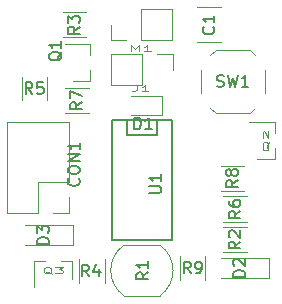
<source format=gbr>
G04 #@! TF.GenerationSoftware,KiCad,Pcbnew,(2017-06-21 revision 375ec9f)-master*
G04 #@! TF.CreationDate,2017-07-22T22:15:58-04:00*
G04 #@! TF.ProjectId,light_reactive_nodes,6C696768745F72656163746976655F6E,rev?*
G04 #@! TF.SameCoordinates,Original
G04 #@! TF.FileFunction,Legend,Top*
G04 #@! TF.FilePolarity,Positive*
%FSLAX46Y46*%
G04 Gerber Fmt 4.6, Leading zero omitted, Abs format (unit mm)*
G04 Created by KiCad (PCBNEW (2017-06-21 revision 375ec9f)-master) date Sat Jul 22 22:15:58 2017*
%MOMM*%
%LPD*%
G01*
G04 APERTURE LIST*
%ADD10C,0.100000*%
%ADD11C,0.150000*%
%ADD12C,0.120000*%
%ADD13C,0.125000*%
G04 APERTURE END LIST*
D10*
D11*
X114290000Y-124420000D02*
X109210000Y-124420000D01*
X109210000Y-124420000D02*
X109210000Y-134580000D01*
X109210000Y-134580000D02*
X114290000Y-134580000D01*
X114290000Y-134580000D02*
X114290000Y-124420000D01*
X113020000Y-124420000D02*
X113020000Y-125690000D01*
X113020000Y-125690000D02*
X110480000Y-125690000D01*
X110480000Y-125690000D02*
X110480000Y-124420000D01*
D12*
X105530000Y-132330000D02*
X104200000Y-132330000D01*
X105530000Y-131000000D02*
X105530000Y-132330000D01*
X102930000Y-129730000D02*
X105530000Y-129730000D01*
X102930000Y-132330000D02*
X102930000Y-129730000D01*
X100330000Y-132330000D02*
X102930000Y-132330000D01*
X100330000Y-124590000D02*
X100330000Y-132330000D01*
X105530000Y-124590000D02*
X100330000Y-124590000D01*
X105530000Y-129730000D02*
X105530000Y-124590000D01*
X116400000Y-117880000D02*
X118400000Y-117880000D01*
X118400000Y-114920000D02*
X116400000Y-114920000D01*
X113400000Y-124000000D02*
X113400000Y-122400000D01*
X113400000Y-122400000D02*
X110800000Y-122400000D01*
X113400000Y-124000000D02*
X110800000Y-124000000D01*
X122500000Y-137850000D02*
X122500000Y-136150000D01*
X122450000Y-136150000D02*
X118400000Y-136150000D01*
X122450000Y-137850000D02*
X118400000Y-137850000D01*
X105900000Y-135050000D02*
X105900000Y-133350000D01*
X105850000Y-133350000D02*
X101800000Y-133350000D01*
X105850000Y-135050000D02*
X101800000Y-135050000D01*
X111670000Y-117730000D02*
X114270000Y-117730000D01*
X114270000Y-117730000D02*
X114270000Y-115070000D01*
X114270000Y-115070000D02*
X111670000Y-115070000D01*
X111670000Y-115070000D02*
X111670000Y-117730000D01*
X110400000Y-117730000D02*
X109070000Y-117730000D01*
X109070000Y-117730000D02*
X109070000Y-116400000D01*
X111730000Y-118870000D02*
X109130000Y-118870000D01*
X109130000Y-118870000D02*
X109130000Y-121530000D01*
X109130000Y-121530000D02*
X111730000Y-121530000D01*
X111730000Y-121530000D02*
X111730000Y-118870000D01*
X113000000Y-118870000D02*
X114330000Y-118870000D01*
X114330000Y-118870000D02*
X114330000Y-120200000D01*
X107360000Y-121180000D02*
X107360000Y-120250000D01*
X107360000Y-118020000D02*
X107360000Y-118950000D01*
X107360000Y-118020000D02*
X105200000Y-118020000D01*
X107360000Y-121180000D02*
X105900000Y-121180000D01*
X122960000Y-127780000D02*
X122960000Y-126850000D01*
X122960000Y-124620000D02*
X122960000Y-125550000D01*
X122960000Y-124620000D02*
X120800000Y-124620000D01*
X122960000Y-127780000D02*
X121500000Y-127780000D01*
X105780000Y-136440000D02*
X105780000Y-137900000D01*
X102620000Y-136440000D02*
X102620000Y-138600000D01*
X102620000Y-136440000D02*
X103550000Y-136440000D01*
X105780000Y-136440000D02*
X104850000Y-136440000D01*
X110155487Y-135081751D02*
G75*
G03X110200000Y-139350000I1544513J-2118249D01*
G01*
X113228234Y-139365526D02*
G75*
G03X113250000Y-135050000I-1528234J2165526D01*
G01*
X113250000Y-139350000D02*
X110200000Y-139350000D01*
X113250000Y-135050000D02*
X110200000Y-135050000D01*
X120600000Y-135670000D02*
X118600000Y-135670000D01*
X118600000Y-133530000D02*
X120600000Y-133530000D01*
X105000000Y-115330000D02*
X107000000Y-115330000D01*
X107000000Y-117470000D02*
X105000000Y-117470000D01*
X106430000Y-138250000D02*
X106430000Y-136250000D01*
X108570000Y-136250000D02*
X108570000Y-138250000D01*
X103670000Y-120800000D02*
X103670000Y-122800000D01*
X101530000Y-122800000D02*
X101530000Y-120800000D01*
X118600000Y-130930000D02*
X120600000Y-130930000D01*
X120600000Y-133070000D02*
X118600000Y-133070000D01*
X105200000Y-121730000D02*
X107200000Y-121730000D01*
X107200000Y-123870000D02*
X105200000Y-123870000D01*
X118400000Y-128330000D02*
X120400000Y-128330000D01*
X120400000Y-130470000D02*
X118400000Y-130470000D01*
X117070000Y-136000000D02*
X117070000Y-138000000D01*
X114930000Y-138000000D02*
X114930000Y-136000000D01*
X117950000Y-123900000D02*
X117500000Y-123450000D01*
X116700000Y-122200000D02*
X116700000Y-120200000D01*
X117500000Y-118950000D02*
X117950000Y-118500000D01*
X117950000Y-118500000D02*
X120850000Y-118500000D01*
X120850000Y-118500000D02*
X121300000Y-118950000D01*
X122100000Y-120200000D02*
X122100000Y-122200000D01*
X121300000Y-123450000D02*
X120850000Y-123900000D01*
X120850000Y-123900000D02*
X117950000Y-123900000D01*
D11*
X112345380Y-130642904D02*
X113154904Y-130642904D01*
X113250142Y-130595285D01*
X113297761Y-130547666D01*
X113345380Y-130452428D01*
X113345380Y-130261952D01*
X113297761Y-130166714D01*
X113250142Y-130119095D01*
X113154904Y-130071476D01*
X112345380Y-130071476D01*
X113345380Y-129071476D02*
X113345380Y-129642904D01*
X113345380Y-129357190D02*
X112345380Y-129357190D01*
X112488238Y-129452428D01*
X112583476Y-129547666D01*
X112631095Y-129642904D01*
X106357142Y-129414285D02*
X106404761Y-129461904D01*
X106452380Y-129604761D01*
X106452380Y-129700000D01*
X106404761Y-129842857D01*
X106309523Y-129938095D01*
X106214285Y-129985714D01*
X106023809Y-130033333D01*
X105880952Y-130033333D01*
X105690476Y-129985714D01*
X105595238Y-129938095D01*
X105500000Y-129842857D01*
X105452380Y-129700000D01*
X105452380Y-129604761D01*
X105500000Y-129461904D01*
X105547619Y-129414285D01*
X105452380Y-128795238D02*
X105452380Y-128604761D01*
X105500000Y-128509523D01*
X105595238Y-128414285D01*
X105785714Y-128366666D01*
X106119047Y-128366666D01*
X106309523Y-128414285D01*
X106404761Y-128509523D01*
X106452380Y-128604761D01*
X106452380Y-128795238D01*
X106404761Y-128890476D01*
X106309523Y-128985714D01*
X106119047Y-129033333D01*
X105785714Y-129033333D01*
X105595238Y-128985714D01*
X105500000Y-128890476D01*
X105452380Y-128795238D01*
X106452380Y-127938095D02*
X105452380Y-127938095D01*
X106452380Y-127366666D01*
X105452380Y-127366666D01*
X106452380Y-126366666D02*
X106452380Y-126938095D01*
X106452380Y-126652380D02*
X105452380Y-126652380D01*
X105595238Y-126747619D01*
X105690476Y-126842857D01*
X105738095Y-126938095D01*
X117757142Y-116566666D02*
X117804761Y-116614285D01*
X117852380Y-116757142D01*
X117852380Y-116852380D01*
X117804761Y-116995238D01*
X117709523Y-117090476D01*
X117614285Y-117138095D01*
X117423809Y-117185714D01*
X117280952Y-117185714D01*
X117090476Y-117138095D01*
X116995238Y-117090476D01*
X116900000Y-116995238D01*
X116852380Y-116852380D01*
X116852380Y-116757142D01*
X116900000Y-116614285D01*
X116947619Y-116566666D01*
X117852380Y-115614285D02*
X117852380Y-116185714D01*
X117852380Y-115900000D02*
X116852380Y-115900000D01*
X116995238Y-115995238D01*
X117090476Y-116090476D01*
X117138095Y-116185714D01*
X111061904Y-125252380D02*
X111061904Y-124252380D01*
X111300000Y-124252380D01*
X111442857Y-124300000D01*
X111538095Y-124395238D01*
X111585714Y-124490476D01*
X111633333Y-124680952D01*
X111633333Y-124823809D01*
X111585714Y-125014285D01*
X111538095Y-125109523D01*
X111442857Y-125204761D01*
X111300000Y-125252380D01*
X111061904Y-125252380D01*
X112585714Y-125252380D02*
X112014285Y-125252380D01*
X112300000Y-125252380D02*
X112300000Y-124252380D01*
X112204761Y-124395238D01*
X112109523Y-124490476D01*
X112014285Y-124538095D01*
X120452380Y-137738095D02*
X119452380Y-137738095D01*
X119452380Y-137500000D01*
X119500000Y-137357142D01*
X119595238Y-137261904D01*
X119690476Y-137214285D01*
X119880952Y-137166666D01*
X120023809Y-137166666D01*
X120214285Y-137214285D01*
X120309523Y-137261904D01*
X120404761Y-137357142D01*
X120452380Y-137500000D01*
X120452380Y-137738095D01*
X119547619Y-136785714D02*
X119500000Y-136738095D01*
X119452380Y-136642857D01*
X119452380Y-136404761D01*
X119500000Y-136309523D01*
X119547619Y-136261904D01*
X119642857Y-136214285D01*
X119738095Y-136214285D01*
X119880952Y-136261904D01*
X120452380Y-136833333D01*
X120452380Y-136214285D01*
X103852380Y-134938095D02*
X102852380Y-134938095D01*
X102852380Y-134700000D01*
X102900000Y-134557142D01*
X102995238Y-134461904D01*
X103090476Y-134414285D01*
X103280952Y-134366666D01*
X103423809Y-134366666D01*
X103614285Y-134414285D01*
X103709523Y-134461904D01*
X103804761Y-134557142D01*
X103852380Y-134700000D01*
X103852380Y-134938095D01*
X102852380Y-134033333D02*
X102852380Y-133414285D01*
X103233333Y-133747619D01*
X103233333Y-133604761D01*
X103280952Y-133509523D01*
X103328571Y-133461904D01*
X103423809Y-133414285D01*
X103661904Y-133414285D01*
X103757142Y-133461904D01*
X103804761Y-133509523D01*
X103852380Y-133604761D01*
X103852380Y-133890476D01*
X103804761Y-133985714D01*
X103757142Y-134033333D01*
D13*
X111266666Y-121526190D02*
X111266666Y-121883333D01*
X111219047Y-121954761D01*
X111123809Y-122002380D01*
X110980952Y-122026190D01*
X110885714Y-122026190D01*
X112266666Y-122026190D02*
X111695238Y-122026190D01*
X111980952Y-122026190D02*
X111980952Y-121526190D01*
X111885714Y-121597619D01*
X111790476Y-121645238D01*
X111695238Y-121669047D01*
X110790476Y-118626190D02*
X110790476Y-118126190D01*
X111123809Y-118483333D01*
X111457142Y-118126190D01*
X111457142Y-118626190D01*
X112457142Y-118626190D02*
X111885714Y-118626190D01*
X112171428Y-118626190D02*
X112171428Y-118126190D01*
X112076190Y-118197619D01*
X111980952Y-118245238D01*
X111885714Y-118269047D01*
D11*
X104947619Y-118695238D02*
X104900000Y-118790476D01*
X104804761Y-118885714D01*
X104661904Y-119028571D01*
X104614285Y-119123809D01*
X104614285Y-119219047D01*
X104852380Y-119171428D02*
X104804761Y-119266666D01*
X104709523Y-119361904D01*
X104519047Y-119409523D01*
X104185714Y-119409523D01*
X103995238Y-119361904D01*
X103900000Y-119266666D01*
X103852380Y-119171428D01*
X103852380Y-118980952D01*
X103900000Y-118885714D01*
X103995238Y-118790476D01*
X104185714Y-118742857D01*
X104519047Y-118742857D01*
X104709523Y-118790476D01*
X104804761Y-118885714D01*
X104852380Y-118980952D01*
X104852380Y-119171428D01*
X104852380Y-117790476D02*
X104852380Y-118361904D01*
X104852380Y-118076190D02*
X103852380Y-118076190D01*
X103995238Y-118171428D01*
X104090476Y-118266666D01*
X104138095Y-118361904D01*
D13*
X122473809Y-126295238D02*
X122450000Y-126390476D01*
X122402380Y-126485714D01*
X122330952Y-126628571D01*
X122307142Y-126723809D01*
X122307142Y-126819047D01*
X122426190Y-126771428D02*
X122402380Y-126866666D01*
X122354761Y-126961904D01*
X122259523Y-127009523D01*
X122092857Y-127009523D01*
X121997619Y-126961904D01*
X121950000Y-126866666D01*
X121926190Y-126771428D01*
X121926190Y-126580952D01*
X121950000Y-126485714D01*
X121997619Y-126390476D01*
X122092857Y-126342857D01*
X122259523Y-126342857D01*
X122354761Y-126390476D01*
X122402380Y-126485714D01*
X122426190Y-126580952D01*
X122426190Y-126771428D01*
X121973809Y-125961904D02*
X121950000Y-125914285D01*
X121926190Y-125819047D01*
X121926190Y-125580952D01*
X121950000Y-125485714D01*
X121973809Y-125438095D01*
X122021428Y-125390476D01*
X122069047Y-125390476D01*
X122140476Y-125438095D01*
X122426190Y-126009523D01*
X122426190Y-125390476D01*
X104104761Y-137473809D02*
X104009523Y-137450000D01*
X103914285Y-137402380D01*
X103771428Y-137330952D01*
X103676190Y-137307142D01*
X103580952Y-137307142D01*
X103628571Y-137426190D02*
X103533333Y-137402380D01*
X103438095Y-137354761D01*
X103390476Y-137259523D01*
X103390476Y-137092857D01*
X103438095Y-136997619D01*
X103533333Y-136950000D01*
X103628571Y-136926190D01*
X103819047Y-136926190D01*
X103914285Y-136950000D01*
X104009523Y-136997619D01*
X104057142Y-137092857D01*
X104057142Y-137259523D01*
X104009523Y-137354761D01*
X103914285Y-137402380D01*
X103819047Y-137426190D01*
X103628571Y-137426190D01*
X104390476Y-136926190D02*
X105009523Y-136926190D01*
X104676190Y-137116666D01*
X104819047Y-137116666D01*
X104914285Y-137140476D01*
X104961904Y-137164285D01*
X105009523Y-137211904D01*
X105009523Y-137330952D01*
X104961904Y-137378571D01*
X104914285Y-137402380D01*
X104819047Y-137426190D01*
X104533333Y-137426190D01*
X104438095Y-137402380D01*
X104390476Y-137378571D01*
D11*
X112252380Y-137366666D02*
X111776190Y-137700000D01*
X112252380Y-137938095D02*
X111252380Y-137938095D01*
X111252380Y-137557142D01*
X111300000Y-137461904D01*
X111347619Y-137414285D01*
X111442857Y-137366666D01*
X111585714Y-137366666D01*
X111680952Y-137414285D01*
X111728571Y-137461904D01*
X111776190Y-137557142D01*
X111776190Y-137938095D01*
X112252380Y-136414285D02*
X112252380Y-136985714D01*
X112252380Y-136700000D02*
X111252380Y-136700000D01*
X111395238Y-136795238D01*
X111490476Y-136890476D01*
X111538095Y-136985714D01*
X120052380Y-134766666D02*
X119576190Y-135100000D01*
X120052380Y-135338095D02*
X119052380Y-135338095D01*
X119052380Y-134957142D01*
X119100000Y-134861904D01*
X119147619Y-134814285D01*
X119242857Y-134766666D01*
X119385714Y-134766666D01*
X119480952Y-134814285D01*
X119528571Y-134861904D01*
X119576190Y-134957142D01*
X119576190Y-135338095D01*
X119147619Y-134385714D02*
X119100000Y-134338095D01*
X119052380Y-134242857D01*
X119052380Y-134004761D01*
X119100000Y-133909523D01*
X119147619Y-133861904D01*
X119242857Y-133814285D01*
X119338095Y-133814285D01*
X119480952Y-133861904D01*
X120052380Y-134433333D01*
X120052380Y-133814285D01*
X106452380Y-116566666D02*
X105976190Y-116900000D01*
X106452380Y-117138095D02*
X105452380Y-117138095D01*
X105452380Y-116757142D01*
X105500000Y-116661904D01*
X105547619Y-116614285D01*
X105642857Y-116566666D01*
X105785714Y-116566666D01*
X105880952Y-116614285D01*
X105928571Y-116661904D01*
X105976190Y-116757142D01*
X105976190Y-117138095D01*
X105452380Y-116233333D02*
X105452380Y-115614285D01*
X105833333Y-115947619D01*
X105833333Y-115804761D01*
X105880952Y-115709523D01*
X105928571Y-115661904D01*
X106023809Y-115614285D01*
X106261904Y-115614285D01*
X106357142Y-115661904D01*
X106404761Y-115709523D01*
X106452380Y-115804761D01*
X106452380Y-116090476D01*
X106404761Y-116185714D01*
X106357142Y-116233333D01*
X107233333Y-137702380D02*
X106900000Y-137226190D01*
X106661904Y-137702380D02*
X106661904Y-136702380D01*
X107042857Y-136702380D01*
X107138095Y-136750000D01*
X107185714Y-136797619D01*
X107233333Y-136892857D01*
X107233333Y-137035714D01*
X107185714Y-137130952D01*
X107138095Y-137178571D01*
X107042857Y-137226190D01*
X106661904Y-137226190D01*
X108090476Y-137035714D02*
X108090476Y-137702380D01*
X107852380Y-136654761D02*
X107614285Y-137369047D01*
X108233333Y-137369047D01*
X102433333Y-122252380D02*
X102100000Y-121776190D01*
X101861904Y-122252380D02*
X101861904Y-121252380D01*
X102242857Y-121252380D01*
X102338095Y-121300000D01*
X102385714Y-121347619D01*
X102433333Y-121442857D01*
X102433333Y-121585714D01*
X102385714Y-121680952D01*
X102338095Y-121728571D01*
X102242857Y-121776190D01*
X101861904Y-121776190D01*
X103338095Y-121252380D02*
X102861904Y-121252380D01*
X102814285Y-121728571D01*
X102861904Y-121680952D01*
X102957142Y-121633333D01*
X103195238Y-121633333D01*
X103290476Y-121680952D01*
X103338095Y-121728571D01*
X103385714Y-121823809D01*
X103385714Y-122061904D01*
X103338095Y-122157142D01*
X103290476Y-122204761D01*
X103195238Y-122252380D01*
X102957142Y-122252380D01*
X102861904Y-122204761D01*
X102814285Y-122157142D01*
X120052380Y-132166666D02*
X119576190Y-132500000D01*
X120052380Y-132738095D02*
X119052380Y-132738095D01*
X119052380Y-132357142D01*
X119100000Y-132261904D01*
X119147619Y-132214285D01*
X119242857Y-132166666D01*
X119385714Y-132166666D01*
X119480952Y-132214285D01*
X119528571Y-132261904D01*
X119576190Y-132357142D01*
X119576190Y-132738095D01*
X119052380Y-131309523D02*
X119052380Y-131500000D01*
X119100000Y-131595238D01*
X119147619Y-131642857D01*
X119290476Y-131738095D01*
X119480952Y-131785714D01*
X119861904Y-131785714D01*
X119957142Y-131738095D01*
X120004761Y-131690476D01*
X120052380Y-131595238D01*
X120052380Y-131404761D01*
X120004761Y-131309523D01*
X119957142Y-131261904D01*
X119861904Y-131214285D01*
X119623809Y-131214285D01*
X119528571Y-131261904D01*
X119480952Y-131309523D01*
X119433333Y-131404761D01*
X119433333Y-131595238D01*
X119480952Y-131690476D01*
X119528571Y-131738095D01*
X119623809Y-131785714D01*
X106652380Y-122966666D02*
X106176190Y-123300000D01*
X106652380Y-123538095D02*
X105652380Y-123538095D01*
X105652380Y-123157142D01*
X105700000Y-123061904D01*
X105747619Y-123014285D01*
X105842857Y-122966666D01*
X105985714Y-122966666D01*
X106080952Y-123014285D01*
X106128571Y-123061904D01*
X106176190Y-123157142D01*
X106176190Y-123538095D01*
X105652380Y-122633333D02*
X105652380Y-121966666D01*
X106652380Y-122395238D01*
X119852380Y-129566666D02*
X119376190Y-129900000D01*
X119852380Y-130138095D02*
X118852380Y-130138095D01*
X118852380Y-129757142D01*
X118900000Y-129661904D01*
X118947619Y-129614285D01*
X119042857Y-129566666D01*
X119185714Y-129566666D01*
X119280952Y-129614285D01*
X119328571Y-129661904D01*
X119376190Y-129757142D01*
X119376190Y-130138095D01*
X119280952Y-128995238D02*
X119233333Y-129090476D01*
X119185714Y-129138095D01*
X119090476Y-129185714D01*
X119042857Y-129185714D01*
X118947619Y-129138095D01*
X118900000Y-129090476D01*
X118852380Y-128995238D01*
X118852380Y-128804761D01*
X118900000Y-128709523D01*
X118947619Y-128661904D01*
X119042857Y-128614285D01*
X119090476Y-128614285D01*
X119185714Y-128661904D01*
X119233333Y-128709523D01*
X119280952Y-128804761D01*
X119280952Y-128995238D01*
X119328571Y-129090476D01*
X119376190Y-129138095D01*
X119471428Y-129185714D01*
X119661904Y-129185714D01*
X119757142Y-129138095D01*
X119804761Y-129090476D01*
X119852380Y-128995238D01*
X119852380Y-128804761D01*
X119804761Y-128709523D01*
X119757142Y-128661904D01*
X119661904Y-128614285D01*
X119471428Y-128614285D01*
X119376190Y-128661904D01*
X119328571Y-128709523D01*
X119280952Y-128804761D01*
X115833333Y-137452380D02*
X115500000Y-136976190D01*
X115261904Y-137452380D02*
X115261904Y-136452380D01*
X115642857Y-136452380D01*
X115738095Y-136500000D01*
X115785714Y-136547619D01*
X115833333Y-136642857D01*
X115833333Y-136785714D01*
X115785714Y-136880952D01*
X115738095Y-136928571D01*
X115642857Y-136976190D01*
X115261904Y-136976190D01*
X116309523Y-137452380D02*
X116500000Y-137452380D01*
X116595238Y-137404761D01*
X116642857Y-137357142D01*
X116738095Y-137214285D01*
X116785714Y-137023809D01*
X116785714Y-136642857D01*
X116738095Y-136547619D01*
X116690476Y-136500000D01*
X116595238Y-136452380D01*
X116404761Y-136452380D01*
X116309523Y-136500000D01*
X116261904Y-136547619D01*
X116214285Y-136642857D01*
X116214285Y-136880952D01*
X116261904Y-136976190D01*
X116309523Y-137023809D01*
X116404761Y-137071428D01*
X116595238Y-137071428D01*
X116690476Y-137023809D01*
X116738095Y-136976190D01*
X116785714Y-136880952D01*
X118066666Y-121604761D02*
X118209523Y-121652380D01*
X118447619Y-121652380D01*
X118542857Y-121604761D01*
X118590476Y-121557142D01*
X118638095Y-121461904D01*
X118638095Y-121366666D01*
X118590476Y-121271428D01*
X118542857Y-121223809D01*
X118447619Y-121176190D01*
X118257142Y-121128571D01*
X118161904Y-121080952D01*
X118114285Y-121033333D01*
X118066666Y-120938095D01*
X118066666Y-120842857D01*
X118114285Y-120747619D01*
X118161904Y-120700000D01*
X118257142Y-120652380D01*
X118495238Y-120652380D01*
X118638095Y-120700000D01*
X118971428Y-120652380D02*
X119209523Y-121652380D01*
X119400000Y-120938095D01*
X119590476Y-121652380D01*
X119828571Y-120652380D01*
X120733333Y-121652380D02*
X120161904Y-121652380D01*
X120447619Y-121652380D02*
X120447619Y-120652380D01*
X120352380Y-120795238D01*
X120257142Y-120890476D01*
X120161904Y-120938095D01*
M02*

</source>
